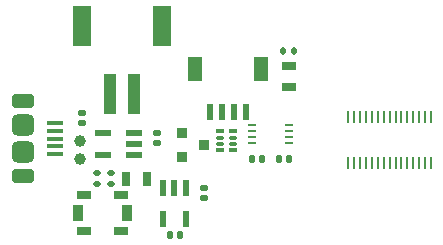
<source format=gtp>
G04*
G04 #@! TF.GenerationSoftware,Altium Limited,Altium Designer,20.1.11 (218)*
G04*
G04 Layer_Color=8421504*
%FSLAX25Y25*%
%MOIN*%
G70*
G04*
G04 #@! TF.SameCoordinates,8FD927A0-C605-41AB-96FE-A5BD1A317AAA*
G04*
G04*
G04 #@! TF.FilePolarity,Positive*
G04*
G01*
G75*
G04:AMPARAMS|DCode=17|XSize=23.23mil|YSize=25.2mil|CornerRadius=5.92mil|HoleSize=0mil|Usage=FLASHONLY|Rotation=270.000|XOffset=0mil|YOffset=0mil|HoleType=Round|Shape=RoundedRectangle|*
%AMROUNDEDRECTD17*
21,1,0.02323,0.01335,0,0,270.0*
21,1,0.01138,0.02520,0,0,270.0*
1,1,0.01185,-0.00668,-0.00569*
1,1,0.01185,-0.00668,0.00569*
1,1,0.01185,0.00668,0.00569*
1,1,0.01185,0.00668,-0.00569*
%
%ADD17ROUNDEDRECTD17*%
G04:AMPARAMS|DCode=18|XSize=23.23mil|YSize=25.2mil|CornerRadius=5.92mil|HoleSize=0mil|Usage=FLASHONLY|Rotation=180.000|XOffset=0mil|YOffset=0mil|HoleType=Round|Shape=RoundedRectangle|*
%AMROUNDEDRECTD18*
21,1,0.02323,0.01335,0,0,180.0*
21,1,0.01138,0.02520,0,0,180.0*
1,1,0.01185,-0.00569,0.00668*
1,1,0.01185,0.00569,0.00668*
1,1,0.01185,0.00569,-0.00668*
1,1,0.01185,-0.00569,-0.00668*
%
%ADD18ROUNDEDRECTD18*%
%ADD19R,0.03150X0.04900*%
%ADD20R,0.03500X0.03200*%
%ADD21R,0.00984X0.03937*%
%ADD22R,0.05906X0.13386*%
%ADD23R,0.03937X0.13780*%
%ADD24R,0.02362X0.05315*%
%ADD25R,0.04724X0.07874*%
G04:AMPARAMS|DCode=26|XSize=19.68mil|YSize=23.62mil|CornerRadius=5.12mil|HoleSize=0mil|Usage=FLASHONLY|Rotation=270.000|XOffset=0mil|YOffset=0mil|HoleType=Round|Shape=RoundedRectangle|*
%AMROUNDEDRECTD26*
21,1,0.01968,0.01339,0,0,270.0*
21,1,0.00945,0.02362,0,0,270.0*
1,1,0.01024,-0.00669,-0.00472*
1,1,0.01024,-0.00669,0.00472*
1,1,0.01024,0.00669,0.00472*
1,1,0.01024,0.00669,-0.00472*
%
%ADD26ROUNDEDRECTD26*%
G04:AMPARAMS|DCode=27|XSize=25.59mil|YSize=15.75mil|CornerRadius=3.94mil|HoleSize=0mil|Usage=FLASHONLY|Rotation=0.000|XOffset=0mil|YOffset=0mil|HoleType=Round|Shape=RoundedRectangle|*
%AMROUNDEDRECTD27*
21,1,0.02559,0.00787,0,0,0.0*
21,1,0.01772,0.01575,0,0,0.0*
1,1,0.00787,0.00886,-0.00394*
1,1,0.00787,-0.00886,-0.00394*
1,1,0.00787,-0.00886,0.00394*
1,1,0.00787,0.00886,0.00394*
%
%ADD27ROUNDEDRECTD27*%
G04:AMPARAMS|DCode=28|XSize=25.59mil|YSize=11.81mil|CornerRadius=2.95mil|HoleSize=0mil|Usage=FLASHONLY|Rotation=0.000|XOffset=0mil|YOffset=0mil|HoleType=Round|Shape=RoundedRectangle|*
%AMROUNDEDRECTD28*
21,1,0.02559,0.00591,0,0,0.0*
21,1,0.01968,0.01181,0,0,0.0*
1,1,0.00591,0.00984,-0.00295*
1,1,0.00591,-0.00984,-0.00295*
1,1,0.00591,-0.00984,0.00295*
1,1,0.00591,0.00984,0.00295*
%
%ADD28ROUNDEDRECTD28*%
%ADD29C,0.03937*%
%ADD30R,0.02000X0.05200*%
%ADD31R,0.05200X0.02000*%
%ADD32R,0.02975X0.00784*%
G04:AMPARAMS|DCode=33|XSize=46.26mil|YSize=74.8mil|CornerRadius=11.57mil|HoleSize=0mil|Usage=FLASHONLY|Rotation=90.000|XOffset=0mil|YOffset=0mil|HoleType=Round|Shape=RoundedRectangle|*
%AMROUNDEDRECTD33*
21,1,0.04626,0.05167,0,0,90.0*
21,1,0.02313,0.07480,0,0,90.0*
1,1,0.02313,0.02584,0.01157*
1,1,0.02313,0.02584,-0.01157*
1,1,0.02313,-0.02584,-0.01157*
1,1,0.02313,-0.02584,0.01157*
%
%ADD33ROUNDEDRECTD33*%
G04:AMPARAMS|DCode=34|XSize=70.87mil|YSize=74.8mil|CornerRadius=17.72mil|HoleSize=0mil|Usage=FLASHONLY|Rotation=270.000|XOffset=0mil|YOffset=0mil|HoleType=Round|Shape=RoundedRectangle|*
%AMROUNDEDRECTD34*
21,1,0.07087,0.03937,0,0,270.0*
21,1,0.03543,0.07480,0,0,270.0*
1,1,0.03543,-0.01968,-0.01772*
1,1,0.03543,-0.01968,0.01772*
1,1,0.03543,0.01968,0.01772*
1,1,0.03543,0.01968,-0.01772*
%
%ADD34ROUNDEDRECTD34*%
G04:AMPARAMS|DCode=35|XSize=15.75mil|YSize=53.15mil|CornerRadius=3.94mil|HoleSize=0mil|Usage=FLASHONLY|Rotation=270.000|XOffset=0mil|YOffset=0mil|HoleType=Round|Shape=RoundedRectangle|*
%AMROUNDEDRECTD35*
21,1,0.01575,0.04528,0,0,270.0*
21,1,0.00787,0.05315,0,0,270.0*
1,1,0.00787,-0.02264,-0.00394*
1,1,0.00787,-0.02264,0.00394*
1,1,0.00787,0.02264,0.00394*
1,1,0.00787,0.02264,-0.00394*
%
%ADD35ROUNDEDRECTD35*%
%ADD36R,0.04528X0.02953*%
%ADD37R,0.03740X0.05512*%
%ADD38R,0.04900X0.03150*%
G04:AMPARAMS|DCode=39|XSize=19.68mil|YSize=23.62mil|CornerRadius=5.12mil|HoleSize=0mil|Usage=FLASHONLY|Rotation=180.000|XOffset=0mil|YOffset=0mil|HoleType=Round|Shape=RoundedRectangle|*
%AMROUNDEDRECTD39*
21,1,0.01968,0.01339,0,0,180.0*
21,1,0.00945,0.02362,0,0,180.0*
1,1,0.01024,-0.00472,0.00669*
1,1,0.01024,0.00472,0.00669*
1,1,0.01024,0.00472,-0.00669*
1,1,0.01024,-0.00472,-0.00669*
%
%ADD39ROUNDEDRECTD39*%
D17*
X70447Y25145D02*
D03*
Y28492D02*
D03*
X54825Y43690D02*
D03*
Y47036D02*
D03*
X29718Y50138D02*
D03*
Y53484D02*
D03*
D18*
X58912Y12919D02*
D03*
X62259D02*
D03*
X86404Y38187D02*
D03*
X89750D02*
D03*
X95199D02*
D03*
X98545D02*
D03*
D19*
X51419Y31616D02*
D03*
X44332D02*
D03*
D20*
X62903Y38909D02*
D03*
Y46980D02*
D03*
X70344Y42945D02*
D03*
D21*
X132238Y52395D02*
D03*
X118459D02*
D03*
X120427D02*
D03*
X122396D02*
D03*
X124364D02*
D03*
X126333D02*
D03*
X128301D02*
D03*
X130270D02*
D03*
X134207D02*
D03*
X136175D02*
D03*
X138144D02*
D03*
X140112D02*
D03*
X142081D02*
D03*
X144049D02*
D03*
X146018D02*
D03*
X136175Y37041D02*
D03*
X134207D02*
D03*
X130270D02*
D03*
X138144D02*
D03*
X144049D02*
D03*
X142081D02*
D03*
X140112D02*
D03*
X120427D02*
D03*
X118459D02*
D03*
X132238D02*
D03*
X122396D02*
D03*
X128301D02*
D03*
X126333D02*
D03*
X124364D02*
D03*
X146018D02*
D03*
D22*
X56189Y82638D02*
D03*
X29811D02*
D03*
D23*
X46937Y60000D02*
D03*
X39063D02*
D03*
D24*
X72427Y53838D02*
D03*
X76364D02*
D03*
X80302D02*
D03*
X84239D02*
D03*
D25*
X67309Y68307D02*
D03*
X89357D02*
D03*
D26*
X39455Y29893D02*
D03*
Y33437D02*
D03*
X34669Y29893D02*
D03*
Y33437D02*
D03*
D27*
X75833Y41247D02*
D03*
Y47547D02*
D03*
X80164Y41247D02*
D03*
Y47547D02*
D03*
D28*
X75833Y43413D02*
D03*
Y45381D02*
D03*
X80164Y43413D02*
D03*
Y45381D02*
D03*
D29*
X28858Y38158D02*
D03*
Y44230D02*
D03*
D30*
X56698Y18290D02*
D03*
Y28490D02*
D03*
X64178Y18290D02*
D03*
X60438Y28490D02*
D03*
X64178D02*
D03*
D31*
X36701Y39500D02*
D03*
Y46980D02*
D03*
X46901Y39500D02*
D03*
Y43240D02*
D03*
Y46980D02*
D03*
D32*
X86485Y43547D02*
D03*
Y45516D02*
D03*
Y47484D02*
D03*
Y49453D02*
D03*
X98515Y43547D02*
D03*
Y45516D02*
D03*
Y47484D02*
D03*
Y49453D02*
D03*
D33*
X10000Y32454D02*
D03*
Y57546D02*
D03*
D34*
Y49528D02*
D03*
Y40472D02*
D03*
D35*
X20531Y42441D02*
D03*
Y39882D02*
D03*
Y47559D02*
D03*
Y50118D02*
D03*
Y45000D02*
D03*
D36*
X30399Y14296D02*
D03*
Y26304D02*
D03*
X42801Y14296D02*
D03*
Y26304D02*
D03*
D37*
X28431Y20300D02*
D03*
X44769D02*
D03*
D38*
X98615Y62212D02*
D03*
Y69298D02*
D03*
D39*
X96790Y74339D02*
D03*
X100333D02*
D03*
M02*

</source>
